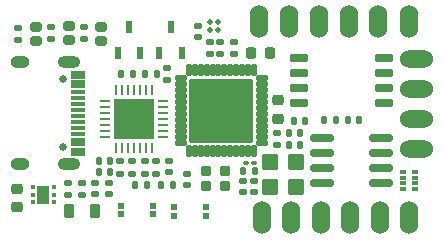
<source format=gts>
G04 #@! TF.GenerationSoftware,KiCad,Pcbnew,8.0.2*
G04 #@! TF.CreationDate,2024-11-02T18:00:51+05:00*
G04 #@! TF.ProjectId,obsidian-boa-r0.1,6f627369-6469-4616-9e2d-626f612d7230,r0.1*
G04 #@! TF.SameCoordinates,Original*
G04 #@! TF.FileFunction,Soldermask,Top*
G04 #@! TF.FilePolarity,Negative*
%FSLAX46Y46*%
G04 Gerber Fmt 4.6, Leading zero omitted, Abs format (unit mm)*
G04 Created by KiCad (PCBNEW 8.0.2) date 2024-11-02 18:00:51*
%MOMM*%
%LPD*%
G01*
G04 APERTURE LIST*
G04 Aperture macros list*
%AMRoundRect*
0 Rectangle with rounded corners*
0 $1 Rounding radius*
0 $2 $3 $4 $5 $6 $7 $8 $9 X,Y pos of 4 corners*
0 Add a 4 corners polygon primitive as box body*
4,1,4,$2,$3,$4,$5,$6,$7,$8,$9,$2,$3,0*
0 Add four circle primitives for the rounded corners*
1,1,$1+$1,$2,$3*
1,1,$1+$1,$4,$5*
1,1,$1+$1,$6,$7*
1,1,$1+$1,$8,$9*
0 Add four rect primitives between the rounded corners*
20,1,$1+$1,$2,$3,$4,$5,0*
20,1,$1+$1,$4,$5,$6,$7,0*
20,1,$1+$1,$6,$7,$8,$9,0*
20,1,$1+$1,$8,$9,$2,$3,0*%
G04 Aperture macros list end*
%ADD10R,0.550000X0.550000*%
%ADD11C,1.524000*%
%ADD12R,1.270000X1.524000*%
%ADD13R,1.524000X1.270000*%
%ADD14RoundRect,0.193750X0.281250X-0.193750X0.281250X0.193750X-0.281250X0.193750X-0.281250X-0.193750X0*%
%ADD15RoundRect,0.147500X0.172500X-0.147500X0.172500X0.147500X-0.172500X0.147500X-0.172500X-0.147500X0*%
%ADD16C,0.650000*%
%ADD17RoundRect,0.075000X-0.550000X0.225000X-0.550000X-0.225000X0.550000X-0.225000X0.550000X0.225000X0*%
%ADD18RoundRect,0.075000X-0.550000X0.075000X-0.550000X-0.075000X0.550000X-0.075000X0.550000X0.075000X0*%
%ADD19O,1.900000X1.000000*%
%ADD20O,1.600000X1.000000*%
%ADD21RoundRect,0.218750X0.256250X-0.218750X0.256250X0.218750X-0.256250X0.218750X-0.256250X-0.218750X0*%
%ADD22RoundRect,0.147500X-0.172500X0.147500X-0.172500X-0.147500X0.172500X-0.147500X0.172500X0.147500X0*%
%ADD23RoundRect,0.147500X0.147500X0.172500X-0.147500X0.172500X-0.147500X-0.172500X0.147500X-0.172500X0*%
%ADD24RoundRect,0.112500X-0.112500X0.112500X-0.112500X-0.112500X0.112500X-0.112500X0.112500X0.112500X0*%
%ADD25RoundRect,0.062500X-0.337500X-0.062500X0.337500X-0.062500X0.337500X0.062500X-0.337500X0.062500X0*%
%ADD26RoundRect,0.062500X-0.062500X-0.337500X0.062500X-0.337500X0.062500X0.337500X-0.062500X0.337500X0*%
%ADD27R,3.350000X3.350000*%
%ADD28RoundRect,0.135000X0.135000X0.185000X-0.135000X0.185000X-0.135000X-0.185000X0.135000X-0.185000X0*%
%ADD29RoundRect,0.093750X0.093750X0.106250X-0.093750X0.106250X-0.093750X-0.106250X0.093750X-0.106250X0*%
%ADD30R,1.000000X1.600000*%
%ADD31RoundRect,0.150000X0.650000X0.150000X-0.650000X0.150000X-0.650000X-0.150000X0.650000X-0.150000X0*%
%ADD32RoundRect,0.135000X-0.185000X0.135000X-0.185000X-0.135000X0.185000X-0.135000X0.185000X0.135000X0*%
%ADD33RoundRect,0.135000X-0.135000X-0.185000X0.135000X-0.185000X0.135000X0.185000X-0.135000X0.185000X0*%
%ADD34RoundRect,0.218750X-0.218750X-0.256250X0.218750X-0.256250X0.218750X0.256250X-0.218750X0.256250X0*%
%ADD35R,0.500000X0.400000*%
%ADD36R,0.500000X0.300000*%
%ADD37R,0.600000X1.100000*%
%ADD38RoundRect,0.147500X-0.147500X-0.172500X0.147500X-0.172500X0.147500X0.172500X-0.147500X0.172500X0*%
%ADD39RoundRect,0.140000X-0.140000X-0.170000X0.140000X-0.170000X0.140000X0.170000X-0.140000X0.170000X0*%
%ADD40RoundRect,0.135000X0.185000X-0.135000X0.185000X0.135000X-0.185000X0.135000X-0.185000X-0.135000X0*%
%ADD41RoundRect,0.200000X-0.250000X0.200000X-0.250000X-0.200000X0.250000X-0.200000X0.250000X0.200000X0*%
%ADD42RoundRect,0.135000X0.540000X0.540000X-0.540000X0.540000X-0.540000X-0.540000X0.540000X-0.540000X0*%
%ADD43RoundRect,0.140000X0.170000X-0.140000X0.170000X0.140000X-0.170000X0.140000X-0.170000X-0.140000X0*%
%ADD44RoundRect,0.218750X-0.218750X-0.381250X0.218750X-0.381250X0.218750X0.381250X-0.218750X0.381250X0*%
%ADD45RoundRect,0.150000X0.825000X0.150000X-0.825000X0.150000X-0.825000X-0.150000X0.825000X-0.150000X0*%
%ADD46RoundRect,0.225000X-0.250000X0.225000X-0.250000X-0.225000X0.250000X-0.225000X0.250000X0.225000X0*%
%ADD47RoundRect,0.100000X-0.130000X-0.100000X0.130000X-0.100000X0.130000X0.100000X-0.130000X0.100000X0*%
%ADD48RoundRect,0.102000X2.575000X2.575000X-2.575000X2.575000X-2.575000X-2.575000X2.575000X-2.575000X0*%
%ADD49RoundRect,0.102000X0.420000X0.130000X-0.420000X0.130000X-0.420000X-0.130000X0.420000X-0.130000X0*%
%ADD50RoundRect,0.102000X0.130000X0.420000X-0.130000X0.420000X-0.130000X-0.420000X0.130000X-0.420000X0*%
G04 APERTURE END LIST*
D10*
X112575000Y-108075000D03*
X112575000Y-107325000D03*
X109925000Y-107325000D03*
X109925000Y-108075000D03*
D11*
X134290000Y-100000000D03*
D12*
X134925000Y-100000000D03*
D11*
X135560000Y-100000000D03*
X134290000Y-102540000D03*
D12*
X134925000Y-102540000D03*
D11*
X135560000Y-102540000D03*
X129300000Y-108991500D03*
D13*
X129300000Y-108356500D03*
D11*
X129300000Y-107721500D03*
X129200000Y-92380000D03*
D13*
X129200000Y-91745000D03*
D11*
X129200000Y-91110000D03*
X124130000Y-92380000D03*
D13*
X124130000Y-91745000D03*
D11*
X124130000Y-91110000D03*
X121600000Y-92400000D03*
D13*
X121600000Y-91765000D03*
D11*
X121600000Y-91130000D03*
X126800000Y-108970000D03*
D13*
X126800000Y-108335000D03*
D11*
X126800000Y-107700000D03*
X134300000Y-92400000D03*
D13*
X134300000Y-91765000D03*
D11*
X134300000Y-91130000D03*
X131700000Y-92400000D03*
D13*
X131700000Y-91765000D03*
D11*
X131700000Y-91130000D03*
X134300000Y-108991500D03*
D13*
X134300000Y-108356500D03*
D11*
X134300000Y-107721500D03*
X131800000Y-108991500D03*
D13*
X131800000Y-108356500D03*
D11*
X131800000Y-107721500D03*
D14*
X102700000Y-93387500D03*
X102700000Y-92212500D03*
X105500000Y-93287500D03*
X105500000Y-92112500D03*
D15*
X119500000Y-94485000D03*
X119500000Y-93515000D03*
D14*
X108200000Y-93387500D03*
X108200000Y-92212500D03*
D11*
X134290000Y-97460000D03*
D12*
X134925000Y-97460000D03*
D11*
X135560000Y-97460000D03*
X134290000Y-94920000D03*
D12*
X134925000Y-94920000D03*
D11*
X135560000Y-94920000D03*
X124300000Y-108970000D03*
D13*
X124300000Y-108335000D03*
D11*
X124300000Y-107700000D03*
X121800000Y-108970000D03*
D13*
X121800000Y-108335000D03*
D11*
X121800000Y-107700000D03*
X126670000Y-92380000D03*
D13*
X126670000Y-91745000D03*
D11*
X126670000Y-91110000D03*
D16*
X105000000Y-96610000D03*
X105000000Y-102390000D03*
D17*
X106245000Y-96250000D03*
X106245000Y-97050000D03*
D18*
X106245000Y-98250000D03*
X106245000Y-99250000D03*
X106245000Y-99750000D03*
X106245000Y-100750000D03*
D17*
X106245000Y-101950000D03*
X106245000Y-102750000D03*
X106245000Y-102750000D03*
X106245000Y-101950000D03*
D18*
X106245000Y-101250000D03*
X106245000Y-100250000D03*
X106245000Y-98750000D03*
X106245000Y-97750000D03*
D17*
X106245000Y-97050000D03*
X106245000Y-96250000D03*
D19*
X105530000Y-95180000D03*
D20*
X101350000Y-95180000D03*
D19*
X105530000Y-103820000D03*
D20*
X101350000Y-103820000D03*
D21*
X123200000Y-99987500D03*
X123200000Y-98412500D03*
D22*
X101200000Y-92315000D03*
X101200000Y-93285000D03*
X104000000Y-92215000D03*
X104000000Y-93185000D03*
X106800000Y-92215000D03*
X106800000Y-93185000D03*
D23*
X112085000Y-105600000D03*
X111115000Y-105600000D03*
D15*
X113800000Y-96685000D03*
X113800000Y-95715000D03*
D24*
X118125000Y-91775000D03*
X118125000Y-92425000D03*
X117475000Y-92425000D03*
X117475000Y-91775000D03*
D25*
X108550000Y-98500000D03*
X108550000Y-99000000D03*
X108550000Y-99500000D03*
X108550000Y-100000000D03*
X108550000Y-100500000D03*
X108550000Y-101000000D03*
X108550000Y-101500000D03*
D26*
X109500000Y-102450000D03*
X110000000Y-102450000D03*
X110500000Y-102450000D03*
X111000000Y-102450000D03*
X111500000Y-102450000D03*
X112000000Y-102450000D03*
X112500000Y-102450000D03*
D25*
X113450000Y-101500000D03*
X113450000Y-101000000D03*
X113450000Y-100500000D03*
X113450000Y-100000000D03*
X113450000Y-99500000D03*
X113450000Y-99000000D03*
X113450000Y-98500000D03*
D26*
X112500000Y-97550000D03*
X112000000Y-97550000D03*
X111500000Y-97550000D03*
X111000000Y-97550000D03*
X110500000Y-97550000D03*
X110000000Y-97550000D03*
X109500000Y-97550000D03*
D27*
X111000000Y-100000000D03*
D28*
X114310000Y-105600000D03*
X113290000Y-105600000D03*
D29*
X104187500Y-107050000D03*
X104187500Y-106400000D03*
X104187500Y-105750000D03*
X102412500Y-105750000D03*
X102412500Y-106400000D03*
X102412500Y-107050000D03*
D30*
X103300000Y-106400000D03*
D22*
X115500000Y-104615000D03*
X115500000Y-105585000D03*
D31*
X132200000Y-98605000D03*
X132200000Y-97335000D03*
X132200000Y-96065000D03*
X132200000Y-94795000D03*
X125000000Y-94795000D03*
X125000000Y-96065000D03*
X125000000Y-97335000D03*
X125000000Y-98605000D03*
D32*
X110800000Y-103590000D03*
X110800000Y-104610000D03*
D33*
X109890000Y-96200000D03*
X110910000Y-96200000D03*
D34*
X120912500Y-94400000D03*
X122487500Y-94400000D03*
D35*
X133800000Y-104450000D03*
D36*
X133800000Y-104950000D03*
X133800000Y-105450000D03*
D35*
X133800000Y-105950000D03*
X134800000Y-105950000D03*
D36*
X134800000Y-105450000D03*
X134800000Y-104950000D03*
D35*
X134800000Y-104450000D03*
D37*
X113150000Y-94400000D03*
X115050000Y-94400000D03*
X114100000Y-92200000D03*
D22*
X123100000Y-101215000D03*
X123100000Y-102185000D03*
D38*
X124115000Y-102200000D03*
X125085000Y-102200000D03*
D39*
X108020000Y-104500000D03*
X108980000Y-104500000D03*
D10*
X114425000Y-107425000D03*
X114425000Y-108175000D03*
X117075000Y-108175000D03*
X117075000Y-107425000D03*
D15*
X116400000Y-92115000D03*
X116400000Y-93085000D03*
X120200000Y-106185000D03*
X120200000Y-105215000D03*
D32*
X105400000Y-105390000D03*
X105400000Y-106410000D03*
D40*
X112900000Y-104610000D03*
X112900000Y-103590000D03*
D38*
X129115000Y-100100000D03*
X130085000Y-100100000D03*
D15*
X118300000Y-94485000D03*
X118300000Y-93515000D03*
X117400000Y-94485000D03*
X117400000Y-93515000D03*
D23*
X128085000Y-100100000D03*
X127115000Y-100100000D03*
D38*
X124115000Y-101200000D03*
X125085000Y-101200000D03*
D41*
X118725000Y-104375000D03*
X117075000Y-104375000D03*
X117075000Y-105625000D03*
X118725000Y-105625000D03*
D39*
X108040000Y-103530000D03*
X109000000Y-103530000D03*
D38*
X124515000Y-100200000D03*
X125485000Y-100200000D03*
D40*
X109800000Y-104610000D03*
X109800000Y-103590000D03*
D37*
X109650000Y-94400000D03*
X111550000Y-94400000D03*
X110600000Y-92200000D03*
D42*
X122525000Y-103625000D03*
X124675000Y-105775000D03*
X124675000Y-103625000D03*
X122525000Y-105775000D03*
D43*
X107700000Y-106380000D03*
X107700000Y-105420000D03*
D44*
X105537500Y-107800000D03*
X107662500Y-107800000D03*
D32*
X111900000Y-103590000D03*
X111900000Y-104610000D03*
D45*
X131875000Y-105405000D03*
X131875000Y-104135000D03*
X131875000Y-102865000D03*
X131875000Y-101595000D03*
X126925000Y-101595000D03*
X126925000Y-102865000D03*
X126925000Y-104135000D03*
X126925000Y-105405000D03*
D22*
X114000000Y-103515000D03*
X114000000Y-104485000D03*
D46*
X101100000Y-105925000D03*
X101100000Y-107475000D03*
D40*
X106600000Y-106410000D03*
X106600000Y-105390000D03*
D28*
X121210000Y-104400000D03*
X120190000Y-104400000D03*
D47*
X120480000Y-103700000D03*
X121120000Y-103700000D03*
D28*
X112910000Y-96200000D03*
X111890000Y-96200000D03*
D43*
X108900000Y-106380000D03*
X108900000Y-105420000D03*
D48*
X118400000Y-99300000D03*
D49*
X121835000Y-102050000D03*
X121835000Y-101550000D03*
X121835000Y-101050000D03*
X121835000Y-100550000D03*
X121835000Y-100050000D03*
X121835000Y-99550000D03*
X121835000Y-99050000D03*
X121835000Y-98550000D03*
X121835000Y-98050000D03*
X121835000Y-97550000D03*
X121835000Y-97050000D03*
X121835000Y-96550000D03*
D50*
X121150000Y-95865000D03*
X120650000Y-95865000D03*
X120150000Y-95865000D03*
X119650000Y-95865000D03*
X119150000Y-95865000D03*
X118650000Y-95865000D03*
X118150000Y-95865000D03*
X117650000Y-95865000D03*
X117150000Y-95865000D03*
X116650000Y-95865000D03*
X116150000Y-95865000D03*
X115650000Y-95865000D03*
D49*
X114965000Y-96550000D03*
X114965000Y-97050000D03*
X114965000Y-97550000D03*
X114965000Y-98050000D03*
X114965000Y-98550000D03*
X114965000Y-99050000D03*
X114965000Y-99550000D03*
X114965000Y-100050000D03*
X114965000Y-100550000D03*
X114965000Y-101050000D03*
X114965000Y-101550000D03*
X114965000Y-102050000D03*
D50*
X115650000Y-102735000D03*
X116150000Y-102735000D03*
X116650000Y-102735000D03*
X117150000Y-102735000D03*
X117650000Y-102735000D03*
X118150000Y-102735000D03*
X118650000Y-102735000D03*
X119150000Y-102735000D03*
X119650000Y-102735000D03*
X120150000Y-102735000D03*
X120650000Y-102735000D03*
X121150000Y-102735000D03*
D43*
X121200000Y-106180000D03*
X121200000Y-105220000D03*
M02*

</source>
